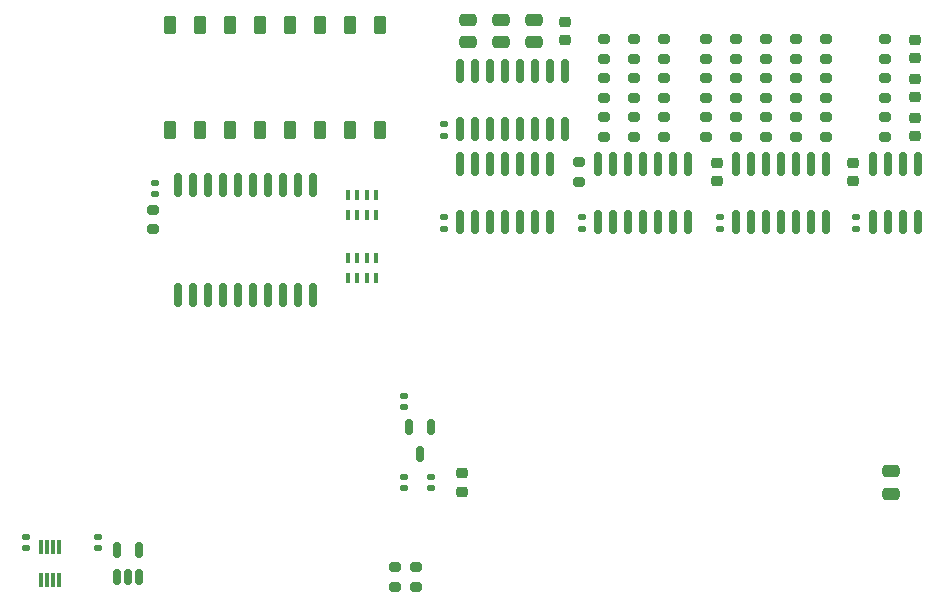
<source format=gbr>
%TF.GenerationSoftware,KiCad,Pcbnew,9.0.0*%
%TF.CreationDate,2025-03-24T16:34:57+00:00*%
%TF.ProjectId,SimplifiedInstallModule,53696d70-6c69-4666-9965-64496e737461,01*%
%TF.SameCoordinates,Original*%
%TF.FileFunction,Paste,Top*%
%TF.FilePolarity,Positive*%
%FSLAX46Y46*%
G04 Gerber Fmt 4.6, Leading zero omitted, Abs format (unit mm)*
G04 Created by KiCad (PCBNEW 9.0.0) date 2025-03-24 16:34:57*
%MOMM*%
%LPD*%
G01*
G04 APERTURE LIST*
G04 Aperture macros list*
%AMRoundRect*
0 Rectangle with rounded corners*
0 $1 Rounding radius*
0 $2 $3 $4 $5 $6 $7 $8 $9 X,Y pos of 4 corners*
0 Add a 4 corners polygon primitive as box body*
4,1,4,$2,$3,$4,$5,$6,$7,$8,$9,$2,$3,0*
0 Add four circle primitives for the rounded corners*
1,1,$1+$1,$2,$3*
1,1,$1+$1,$4,$5*
1,1,$1+$1,$6,$7*
1,1,$1+$1,$8,$9*
0 Add four rect primitives between the rounded corners*
20,1,$1+$1,$2,$3,$4,$5,0*
20,1,$1+$1,$4,$5,$6,$7,0*
20,1,$1+$1,$6,$7,$8,$9,0*
20,1,$1+$1,$8,$9,$2,$3,0*%
G04 Aperture macros list end*
%ADD10RoundRect,0.140000X-0.170000X0.140000X-0.170000X-0.140000X0.170000X-0.140000X0.170000X0.140000X0*%
%ADD11RoundRect,0.200000X-0.275000X0.200000X-0.275000X-0.200000X0.275000X-0.200000X0.275000X0.200000X0*%
%ADD12RoundRect,0.150000X0.150000X-0.825000X0.150000X0.825000X-0.150000X0.825000X-0.150000X-0.825000X0*%
%ADD13RoundRect,0.250000X0.475000X-0.250000X0.475000X0.250000X-0.475000X0.250000X-0.475000X-0.250000X0*%
%ADD14RoundRect,0.200000X0.275000X-0.200000X0.275000X0.200000X-0.275000X0.200000X-0.275000X-0.200000X0*%
%ADD15RoundRect,0.150000X0.150000X-0.875000X0.150000X0.875000X-0.150000X0.875000X-0.150000X-0.875000X0*%
%ADD16RoundRect,0.140000X0.170000X-0.140000X0.170000X0.140000X-0.170000X0.140000X-0.170000X-0.140000X0*%
%ADD17RoundRect,0.250000X-0.475000X0.250000X-0.475000X-0.250000X0.475000X-0.250000X0.475000X0.250000X0*%
%ADD18RoundRect,0.218750X-0.256250X0.218750X-0.256250X-0.218750X0.256250X-0.218750X0.256250X0.218750X0*%
%ADD19RoundRect,0.150000X0.150000X-0.512500X0.150000X0.512500X-0.150000X0.512500X-0.150000X-0.512500X0*%
%ADD20RoundRect,0.150000X-0.150000X0.512500X-0.150000X-0.512500X0.150000X-0.512500X0.150000X0.512500X0*%
%ADD21RoundRect,0.225000X-0.250000X0.225000X-0.250000X-0.225000X0.250000X-0.225000X0.250000X0.225000X0*%
%ADD22R,0.400000X0.900000*%
%ADD23RoundRect,0.225000X0.250000X-0.225000X0.250000X0.225000X-0.250000X0.225000X-0.250000X-0.225000X0*%
%ADD24RoundRect,0.087500X0.087500X-0.537500X0.087500X0.537500X-0.087500X0.537500X-0.087500X-0.537500X0*%
%ADD25RoundRect,0.250000X0.300000X-0.500000X0.300000X0.500000X-0.300000X0.500000X-0.300000X-0.500000X0*%
G04 APERTURE END LIST*
D10*
X164292857Y-88433621D03*
X164292857Y-89393621D03*
D11*
X154513857Y-73356621D03*
X154513857Y-75006621D03*
X165689857Y-73356621D03*
X165689857Y-75006621D03*
X173309857Y-79960621D03*
X173309857Y-81610621D03*
D12*
X142321857Y-88848621D03*
X143591857Y-88848621D03*
X144861857Y-88848621D03*
X146131857Y-88848621D03*
X147401857Y-88848621D03*
X148671857Y-88848621D03*
X149941857Y-88848621D03*
X149941857Y-83898621D03*
X148671857Y-83898621D03*
X147401857Y-83898621D03*
X146131857Y-83898621D03*
X144861857Y-83898621D03*
X143591857Y-83898621D03*
X142321857Y-83898621D03*
D13*
X145750857Y-73607621D03*
X145750857Y-71707621D03*
D10*
X152608857Y-88433621D03*
X152608857Y-89393621D03*
D11*
X159593857Y-79960621D03*
X159593857Y-81610621D03*
D10*
X116496857Y-85519621D03*
X116496857Y-86479621D03*
D14*
X170769857Y-81610621D03*
X170769857Y-79960621D03*
X165689857Y-78308621D03*
X165689857Y-76658621D03*
D10*
X140924857Y-80559621D03*
X140924857Y-81519621D03*
D15*
X118401857Y-94967621D03*
X119671857Y-94967621D03*
X120941857Y-94967621D03*
X122211857Y-94967621D03*
X123481857Y-94967621D03*
X124751857Y-94967621D03*
X126021857Y-94967621D03*
X127291857Y-94967621D03*
X128561857Y-94967621D03*
X129831857Y-94967621D03*
X129831857Y-85667621D03*
X128561857Y-85667621D03*
X127291857Y-85667621D03*
X126021857Y-85667621D03*
X124751857Y-85667621D03*
X123481857Y-85667621D03*
X122211857Y-85667621D03*
X120941857Y-85667621D03*
X119671857Y-85667621D03*
X118401857Y-85667621D03*
D14*
X165689857Y-81610621D03*
X165689857Y-79960621D03*
D16*
X105574857Y-116451621D03*
X105574857Y-115491621D03*
D14*
X159593857Y-78308621D03*
X159593857Y-76658621D03*
X168229857Y-78308621D03*
X168229857Y-76658621D03*
D10*
X137568857Y-110411621D03*
X137568857Y-111371621D03*
D16*
X175849857Y-89393621D03*
X175849857Y-88433621D03*
X111670857Y-116451621D03*
X111670857Y-115491621D03*
D14*
X163149857Y-81610621D03*
X163149857Y-79960621D03*
X154513857Y-78308621D03*
X154513857Y-76658621D03*
D11*
X163149857Y-76658621D03*
X163149857Y-78308621D03*
D10*
X139854857Y-110411621D03*
X139854857Y-111371621D03*
D11*
X178262857Y-73356621D03*
X178262857Y-75006621D03*
D17*
X148544857Y-71707621D03*
X148544857Y-73607621D03*
D11*
X154513857Y-79960621D03*
X154513857Y-81610621D03*
D12*
X154005857Y-88848621D03*
X155275857Y-88848621D03*
X156545857Y-88848621D03*
X157815857Y-88848621D03*
X159085857Y-88848621D03*
X160355857Y-88848621D03*
X161625857Y-88848621D03*
X161625857Y-83898621D03*
X160355857Y-83898621D03*
X159085857Y-83898621D03*
X157815857Y-83898621D03*
X156545857Y-83898621D03*
X155275857Y-83898621D03*
X154005857Y-83898621D03*
D18*
X180802857Y-79998121D03*
X180802857Y-81573121D03*
D19*
X113260857Y-118887121D03*
X114210857Y-118887121D03*
X115160857Y-118887121D03*
X115160857Y-116612121D03*
X113260857Y-116612121D03*
D11*
X163149857Y-73356621D03*
X163149857Y-75006621D03*
D10*
X140924857Y-88433621D03*
X140924857Y-89393621D03*
D13*
X142956857Y-73607621D03*
X142956857Y-71707621D03*
D14*
X178262857Y-78308621D03*
X178262857Y-76658621D03*
D12*
X142321857Y-80974621D03*
X143591857Y-80974621D03*
X144861857Y-80974621D03*
X146131857Y-80974621D03*
X147401857Y-80974621D03*
X148671857Y-80974621D03*
X149941857Y-80974621D03*
X151211857Y-80974621D03*
X151211857Y-76024621D03*
X149941857Y-76024621D03*
X148671857Y-76024621D03*
X147401857Y-76024621D03*
X146131857Y-76024621D03*
X144861857Y-76024621D03*
X143591857Y-76024621D03*
X142321857Y-76024621D03*
D20*
X139862857Y-106191121D03*
X137962857Y-106191121D03*
X138912857Y-108466121D03*
D21*
X164038857Y-83820621D03*
X164038857Y-85370621D03*
D22*
X135222857Y-86546621D03*
X134422857Y-86546621D03*
X133622857Y-86546621D03*
X132822857Y-86546621D03*
X132822857Y-88246621D03*
X133622857Y-88246621D03*
X134422857Y-88246621D03*
X135222857Y-88246621D03*
D18*
X180802857Y-76696121D03*
X180802857Y-78271121D03*
D14*
X173309857Y-78308621D03*
X173309857Y-76658621D03*
D12*
X165689857Y-88848621D03*
X166959857Y-88848621D03*
X168229857Y-88848621D03*
X169499857Y-88848621D03*
X170769857Y-88848621D03*
X172039857Y-88848621D03*
X173309857Y-88848621D03*
X173309857Y-83898621D03*
X172039857Y-83898621D03*
X170769857Y-83898621D03*
X169499857Y-83898621D03*
X168229857Y-83898621D03*
X166959857Y-83898621D03*
X165689857Y-83898621D03*
D18*
X151211857Y-71870121D03*
X151211857Y-73445121D03*
D12*
X177246857Y-88848621D03*
X178516857Y-88848621D03*
X179786857Y-88848621D03*
X181056857Y-88848621D03*
X181056857Y-83898621D03*
X179786857Y-83898621D03*
X178516857Y-83898621D03*
X177246857Y-83898621D03*
D14*
X138594857Y-119717621D03*
X138594857Y-118067621D03*
D16*
X137568857Y-104506621D03*
X137568857Y-103546621D03*
D14*
X157053857Y-78308621D03*
X157053857Y-76658621D03*
X159593857Y-75006621D03*
X159593857Y-73356621D03*
X157053857Y-75006621D03*
X157053857Y-73356621D03*
D11*
X116306857Y-87771621D03*
X116306857Y-89421621D03*
X173309857Y-73356621D03*
X173309857Y-75006621D03*
D14*
X170769857Y-78308621D03*
X170769857Y-76658621D03*
D11*
X157053857Y-79960621D03*
X157053857Y-81610621D03*
D23*
X142468857Y-111659621D03*
X142468857Y-110109621D03*
D21*
X175595857Y-83820621D03*
X175595857Y-85370621D03*
D11*
X178262857Y-79960621D03*
X178262857Y-81610621D03*
D13*
X178790857Y-111841621D03*
X178790857Y-109941621D03*
D22*
X135222857Y-91880621D03*
X134422857Y-91880621D03*
X133622857Y-91880621D03*
X132822857Y-91880621D03*
X132822857Y-93580621D03*
X133622857Y-93580621D03*
X134422857Y-93580621D03*
X135222857Y-93580621D03*
D24*
X106856857Y-119149621D03*
X107356857Y-119149621D03*
X107856857Y-119149621D03*
X108356857Y-119149621D03*
X108356857Y-116349621D03*
X107856857Y-116349621D03*
X107356857Y-116349621D03*
X106856857Y-116349621D03*
D18*
X180802857Y-73394121D03*
X180802857Y-74969121D03*
D14*
X136816857Y-119717621D03*
X136816857Y-118067621D03*
D11*
X170769857Y-73356621D03*
X170769857Y-75006621D03*
D25*
X117766857Y-81051621D03*
X120306857Y-81051621D03*
X122846857Y-81051621D03*
X125386857Y-81051621D03*
X127926857Y-81051621D03*
X130466857Y-81051621D03*
X133006857Y-81051621D03*
X135546857Y-81051621D03*
X135546857Y-72151621D03*
X133006857Y-72151621D03*
X130466857Y-72151621D03*
X127926857Y-72151621D03*
X125386857Y-72151621D03*
X122846857Y-72151621D03*
X120306857Y-72151621D03*
X117766857Y-72151621D03*
D14*
X152354857Y-85420621D03*
X152354857Y-83770621D03*
D11*
X168229857Y-79960621D03*
X168229857Y-81610621D03*
X168229857Y-73356621D03*
X168229857Y-75006621D03*
M02*

</source>
